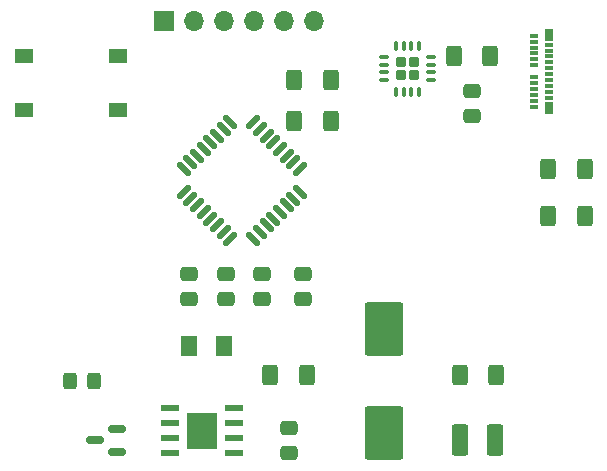
<source format=gbr>
%TF.GenerationSoftware,KiCad,Pcbnew,8.0.6*%
%TF.CreationDate,2025-05-31T11:47:03-05:00*%
%TF.ProjectId,TPS_Calibration_Board,5450535f-4361-46c6-9962-726174696f6e,rev?*%
%TF.SameCoordinates,Original*%
%TF.FileFunction,Paste,Top*%
%TF.FilePolarity,Positive*%
%FSLAX46Y46*%
G04 Gerber Fmt 4.6, Leading zero omitted, Abs format (unit mm)*
G04 Created by KiCad (PCBNEW 8.0.6) date 2025-05-31 11:47:03*
%MOMM*%
%LPD*%
G01*
G04 APERTURE LIST*
G04 Aperture macros list*
%AMRoundRect*
0 Rectangle with rounded corners*
0 $1 Rounding radius*
0 $2 $3 $4 $5 $6 $7 $8 $9 X,Y pos of 4 corners*
0 Add a 4 corners polygon primitive as box body*
4,1,4,$2,$3,$4,$5,$6,$7,$8,$9,$2,$3,0*
0 Add four circle primitives for the rounded corners*
1,1,$1+$1,$2,$3*
1,1,$1+$1,$4,$5*
1,1,$1+$1,$6,$7*
1,1,$1+$1,$8,$9*
0 Add four rect primitives between the rounded corners*
20,1,$1+$1,$2,$3,$4,$5,0*
20,1,$1+$1,$4,$5,$6,$7,0*
20,1,$1+$1,$6,$7,$8,$9,0*
20,1,$1+$1,$8,$9,$2,$3,0*%
G04 Aperture macros list end*
%ADD10RoundRect,0.212500X-0.212500X-0.212500X0.212500X-0.212500X0.212500X0.212500X-0.212500X0.212500X0*%
%ADD11RoundRect,0.075000X-0.350000X-0.075000X0.350000X-0.075000X0.350000X0.075000X-0.350000X0.075000X0*%
%ADD12RoundRect,0.075000X-0.075000X-0.350000X0.075000X-0.350000X0.075000X0.350000X-0.075000X0.350000X0*%
%ADD13RoundRect,0.125000X-0.353553X-0.530330X0.530330X0.353553X0.353553X0.530330X-0.530330X-0.353553X0*%
%ADD14RoundRect,0.125000X0.353553X-0.530330X0.530330X-0.353553X-0.353553X0.530330X-0.530330X0.353553X0*%
%ADD15R,1.550000X1.300000*%
%ADD16RoundRect,0.250000X-0.400000X-0.625000X0.400000X-0.625000X0.400000X0.625000X-0.400000X0.625000X0*%
%ADD17RoundRect,0.250000X0.400000X0.625000X-0.400000X0.625000X-0.400000X-0.625000X0.400000X-0.625000X0*%
%ADD18RoundRect,0.150000X0.587500X0.150000X-0.587500X0.150000X-0.587500X-0.150000X0.587500X-0.150000X0*%
%ADD19R,0.700000X1.000000*%
%ADD20R,0.700000X0.300000*%
%ADD21RoundRect,0.250001X-0.462499X-1.074999X0.462499X-1.074999X0.462499X1.074999X-0.462499X1.074999X0*%
%ADD22R,1.700000X1.700000*%
%ADD23O,1.700000X1.700000*%
%ADD24RoundRect,0.250000X-0.325000X-0.450000X0.325000X-0.450000X0.325000X0.450000X-0.325000X0.450000X0*%
%ADD25RoundRect,0.250000X1.400000X2.000000X-1.400000X2.000000X-1.400000X-2.000000X1.400000X-2.000000X0*%
%ADD26RoundRect,0.250000X-0.475000X0.337500X-0.475000X-0.337500X0.475000X-0.337500X0.475000X0.337500X0*%
%ADD27RoundRect,0.250000X0.475000X-0.337500X0.475000X0.337500X-0.475000X0.337500X-0.475000X-0.337500X0*%
%ADD28RoundRect,0.250001X-0.462499X-0.624999X0.462499X-0.624999X0.462499X0.624999X-0.462499X0.624999X0*%
%ADD29R,1.550000X0.600000*%
%ADD30R,2.600000X3.100000*%
G04 APERTURE END LIST*
D10*
%TO.C,U3*%
X177500000Y-88250000D03*
X177500000Y-89300000D03*
X178550000Y-88250000D03*
X178550000Y-89300000D03*
D11*
X176075000Y-87800000D03*
X176075000Y-88450000D03*
X176075000Y-89100000D03*
X176075000Y-89750000D03*
D12*
X177050000Y-90725000D03*
X177700000Y-90725000D03*
X178350000Y-90725000D03*
X179000000Y-90725000D03*
D11*
X179975000Y-89750000D03*
X179975000Y-89100000D03*
X179975000Y-88450000D03*
X179975000Y-87800000D03*
D12*
X179000000Y-86825000D03*
X178350000Y-86825000D03*
X177700000Y-86825000D03*
X177050000Y-86825000D03*
%TD*%
D13*
%TO.C,U2*%
X159067930Y-99222272D03*
X159633616Y-99787957D03*
X160199301Y-100353643D03*
X160764986Y-100919328D03*
X161330672Y-101485014D03*
X161896357Y-102050699D03*
X162462043Y-102616384D03*
X163027728Y-103182070D03*
D14*
X164972272Y-103182070D03*
X165537957Y-102616384D03*
X166103643Y-102050699D03*
X166669328Y-101485014D03*
X167235014Y-100919328D03*
X167800699Y-100353643D03*
X168366384Y-99787957D03*
X168932070Y-99222272D03*
D13*
X168932070Y-97277728D03*
X168366384Y-96712043D03*
X167800699Y-96146357D03*
X167235014Y-95580672D03*
X166669328Y-95014986D03*
X166103643Y-94449301D03*
X165537957Y-93883616D03*
X164972272Y-93317930D03*
D14*
X163027728Y-93317930D03*
X162462043Y-93883616D03*
X161896357Y-94449301D03*
X161330672Y-95014986D03*
X160764986Y-95580672D03*
X160199301Y-96146357D03*
X159633616Y-96712043D03*
X159067930Y-97277728D03*
%TD*%
D15*
%TO.C,SW1*%
X153475000Y-92250000D03*
X145525000Y-92250000D03*
X153475000Y-87750000D03*
X145525000Y-87750000D03*
%TD*%
D16*
%TO.C,R11*%
X169500000Y-114750000D03*
X166400000Y-114750000D03*
%TD*%
%TO.C,R10*%
X189950000Y-101250000D03*
X193050000Y-101250000D03*
%TD*%
D17*
%TO.C,R9*%
X185550000Y-114750000D03*
X182450000Y-114750000D03*
%TD*%
D16*
%TO.C,R8*%
X189950000Y-97250000D03*
X193050000Y-97250000D03*
%TD*%
%TO.C,R7*%
X181950000Y-87750000D03*
X185050000Y-87750000D03*
%TD*%
D17*
%TO.C,R5*%
X171550000Y-93250000D03*
X168450000Y-93250000D03*
%TD*%
%TO.C,R4*%
X171550000Y-89750000D03*
X168450000Y-89750000D03*
%TD*%
D18*
%TO.C,Q1*%
X153437500Y-121200000D03*
X153437500Y-119300000D03*
X151562500Y-120250000D03*
%TD*%
D19*
%TO.C,P1*%
X190000000Y-92100000D03*
D20*
X190000000Y-91250000D03*
X190000000Y-90750000D03*
X190000000Y-90250000D03*
X190000000Y-89750000D03*
X190000000Y-89250000D03*
X190000000Y-88750000D03*
X190000000Y-88250000D03*
X190000000Y-87750000D03*
X190000000Y-87250000D03*
X190000000Y-86750000D03*
D19*
X190000000Y-85900000D03*
D20*
X188700000Y-86000000D03*
X188700000Y-86500000D03*
X188700000Y-87000000D03*
X188700000Y-87500000D03*
X188700000Y-88000000D03*
X188700000Y-88500000D03*
X188700000Y-89500000D03*
X188700000Y-90000000D03*
X188700000Y-90500000D03*
X188700000Y-91000000D03*
X188700000Y-91500000D03*
X188700000Y-92000000D03*
%TD*%
D21*
%TO.C,L1*%
X185475000Y-120250000D03*
X182500000Y-120250000D03*
%TD*%
D22*
%TO.C,J3*%
X157400000Y-84750000D03*
D23*
X159940000Y-84750000D03*
X162480000Y-84750000D03*
X165020000Y-84750000D03*
X167560000Y-84750000D03*
X170100000Y-84750000D03*
%TD*%
D24*
%TO.C,F1*%
X149475000Y-115250000D03*
X151525000Y-115250000D03*
%TD*%
D25*
%TO.C,D1*%
X176000000Y-119650000D03*
X176000000Y-110850000D03*
%TD*%
D26*
%TO.C,C13*%
X168000000Y-121287500D03*
X168000000Y-119212500D03*
%TD*%
%TO.C,C12*%
X183500000Y-92787500D03*
X183500000Y-90712500D03*
%TD*%
D27*
%TO.C,C7*%
X169180000Y-106212500D03*
X169180000Y-108287500D03*
%TD*%
%TO.C,C6*%
X165680000Y-108287500D03*
X165680000Y-106212500D03*
%TD*%
%TO.C,C5*%
X162670000Y-108287500D03*
X162670000Y-106212500D03*
%TD*%
%TO.C,C4*%
X159500000Y-108287500D03*
X159500000Y-106212500D03*
%TD*%
D28*
%TO.C,D2*%
X159512500Y-112250000D03*
X162487500Y-112250000D03*
%TD*%
D29*
%TO.C,U4*%
X157900000Y-117545000D03*
X157900000Y-118815000D03*
X157900000Y-120085000D03*
X157900000Y-121355000D03*
X163300000Y-121355000D03*
X163300000Y-120085000D03*
X163300000Y-118815000D03*
X163300000Y-117545000D03*
D30*
X160600000Y-119450000D03*
%TD*%
M02*

</source>
